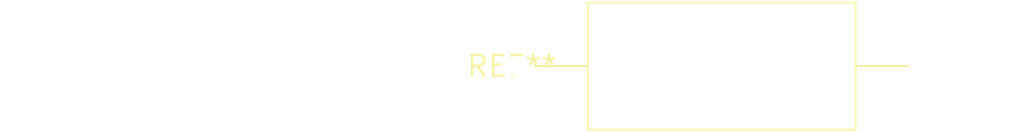
<source format=kicad_pcb>
(kicad_pcb (version 20240108) (generator pcbnew)
  (layers (0 "F.Cu" signal) (31 "B.Cu" signal) (34 "B.Paste" user) (35 "F.Paste" user) (36 "B.SilkS" user "B.Silkscreen") (37 "F.SilkS" user "F.Silkscreen") (38 "B.Mask" user) (39 "F.Mask" user) (44 "Edge.Cuts" user))
  (net 0 "")
  (footprint "L_Axial_L16.0mm_D7.5mm_P25.40mm_Horizontal_Fastron_XHBCC" (layer "F.Cu") (at 0 0)
    (property "Reference" "REF**")
    (property "Value" "L_Axial_L16.0mm_D7.5mm_P25.40mm_Horizontal_Fastron_XHBCC")
    (fp_line (start 1.34 0) (end 4.58 0) (layer "F.SilkS") (stroke (width 0.12)))
    (fp_line (start 4.58 -3.87) (end 4.58 3.87) (layer "F.SilkS") (stroke (width 0.12)))
    (fp_line (start 4.58 3.87) (end 20.82 3.87) (layer "F.SilkS") (stroke (width 0.12)))
    (fp_line (start 20.82 -3.87) (end 4.58 -3.87) (layer "F.SilkS") (stroke (width 0.12)))
    (fp_line (start 20.82 3.87) (end 20.82 -3.87) (layer "F.SilkS") (stroke (width 0.12)))
    (fp_line (start 24.06 0) (end 20.82 0) (layer "F.SilkS") (stroke (width 0.12)))
    (pad "1" thru_hole circle (at 0 0) (size 2.2 2.2) (drill 1.1) (layers *.Cu *.Mask) (remove_unused_layers))
    (pad "2" thru_hole oval (at 25.4 0) (size 2.2 2.2) (drill 1.1) (layers *.Cu *.Mask) (remove_unused_layers))
  )
)
</source>
